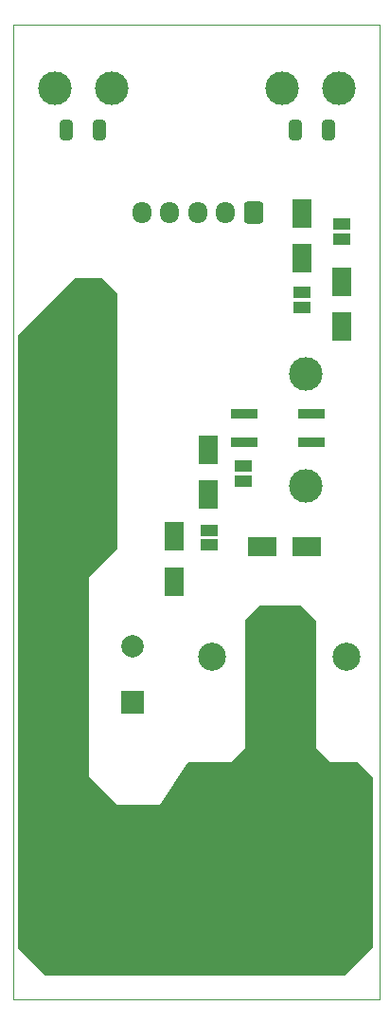
<source format=gbr>
%TF.GenerationSoftware,KiCad,Pcbnew,6.0.11+dfsg-1*%
%TF.CreationDate,2024-01-27T16:44:02+03:00*%
%TF.ProjectId,power,706f7765-722e-46b6-9963-61645f706362,rev?*%
%TF.SameCoordinates,Original*%
%TF.FileFunction,Soldermask,Bot*%
%TF.FilePolarity,Negative*%
%FSLAX46Y46*%
G04 Gerber Fmt 4.6, Leading zero omitted, Abs format (unit mm)*
G04 Created by KiCad (PCBNEW 6.0.11+dfsg-1) date 2024-01-27 16:44:02*
%MOMM*%
%LPD*%
G01*
G04 APERTURE LIST*
G04 Aperture macros list*
%AMRoundRect*
0 Rectangle with rounded corners*
0 $1 Rounding radius*
0 $2 $3 $4 $5 $6 $7 $8 $9 X,Y pos of 4 corners*
0 Add a 4 corners polygon primitive as box body*
4,1,4,$2,$3,$4,$5,$6,$7,$8,$9,$2,$3,0*
0 Add four circle primitives for the rounded corners*
1,1,$1+$1,$2,$3*
1,1,$1+$1,$4,$5*
1,1,$1+$1,$6,$7*
1,1,$1+$1,$8,$9*
0 Add four rect primitives between the rounded corners*
20,1,$1+$1,$2,$3,$4,$5,0*
20,1,$1+$1,$4,$5,$6,$7,0*
20,1,$1+$1,$6,$7,$8,$9,0*
20,1,$1+$1,$8,$9,$2,$3,0*%
G04 Aperture macros list end*
%TA.AperFunction,Profile*%
%ADD10C,0.100000*%
%TD*%
%ADD11C,3.000000*%
%ADD12RoundRect,0.250000X0.600000X0.725000X-0.600000X0.725000X-0.600000X-0.725000X0.600000X-0.725000X0*%
%ADD13O,1.700000X1.950000*%
%ADD14R,2.000000X2.000000*%
%ADD15C,2.000000*%
%ADD16C,2.500000*%
%ADD17R,1.500000X1.000000*%
%ADD18R,1.800000X2.500000*%
%ADD19R,2.500000X1.800000*%
%ADD20RoundRect,0.250000X0.325000X0.650000X-0.325000X0.650000X-0.325000X-0.650000X0.325000X-0.650000X0*%
%ADD21R,2.400000X0.900000*%
G04 APERTURE END LIST*
D10*
X234198000Y-111156000D02*
X266998000Y-111156000D01*
X266998000Y-111156000D02*
X266998000Y-24256000D01*
X266998000Y-24256000D02*
X234198000Y-24256000D01*
X234198000Y-24256000D02*
X234198000Y-111156000D01*
D11*
%TO.C,P3*%
X242978000Y-29906000D03*
X237898000Y-29906000D03*
%TD*%
%TO.C,P1*%
X237898000Y-105506000D03*
X242978000Y-105506000D03*
%TD*%
D12*
%TO.C,J1*%
X255672000Y-41028000D03*
D13*
X253172000Y-41028000D03*
X250672000Y-41028000D03*
X248172000Y-41028000D03*
X245672000Y-41028000D03*
%TD*%
D14*
%TO.C,C1*%
X244877000Y-84670677D03*
D15*
X244877000Y-79670677D03*
%TD*%
D11*
%TO.C,P4*%
X263298000Y-29906000D03*
X258218000Y-29906000D03*
%TD*%
%TO.C,P2*%
X253138000Y-105506000D03*
X258218000Y-105506000D03*
X263298000Y-105506000D03*
%TD*%
D16*
%TO.C,K1*%
X263958000Y-80598000D03*
X251958000Y-80598000D03*
X257958000Y-78598000D03*
X263958000Y-92798000D03*
X251958000Y-92798000D03*
%TD*%
D11*
%TO.C,TR1*%
X240344000Y-50386000D03*
X240344000Y-70386000D03*
X260344000Y-65386000D03*
X260344000Y-55386000D03*
%TD*%
D17*
%TO.C,JP4*%
X263546000Y-43329000D03*
X263546000Y-42029000D03*
%TD*%
D18*
%TO.C,D2*%
X251608000Y-66142000D03*
X251608000Y-62142000D03*
%TD*%
D19*
%TO.C,D1*%
X260472000Y-70800000D03*
X256472000Y-70800000D03*
%TD*%
D18*
%TO.C,D3*%
X248560000Y-73889000D03*
X248560000Y-69889000D03*
%TD*%
%TO.C,D5*%
X259990000Y-41060000D03*
X259990000Y-45060000D03*
%TD*%
D17*
%TO.C,JP1*%
X254783000Y-63619000D03*
X254783000Y-64919000D03*
%TD*%
D20*
%TO.C,C2*%
X241907000Y-33662000D03*
X238957000Y-33662000D03*
%TD*%
D18*
%TO.C,D4*%
X263546000Y-47156000D03*
X263546000Y-51156000D03*
%TD*%
D21*
%TO.C,BD1*%
X254831000Y-61455000D03*
X254831000Y-58955000D03*
X260831000Y-58955000D03*
X260831000Y-61455000D03*
%TD*%
D17*
%TO.C,JP2*%
X251735000Y-69334000D03*
X251735000Y-70634000D03*
%TD*%
D20*
%TO.C,C3*%
X262354000Y-33662000D03*
X259404000Y-33662000D03*
%TD*%
D17*
%TO.C,JP3*%
X259990000Y-49425000D03*
X259990000Y-48125000D03*
%TD*%
G36*
X242225931Y-46890002D02*
G01*
X242246905Y-46906905D01*
X243443095Y-48103095D01*
X243477121Y-48165407D01*
X243480000Y-48192190D01*
X243480000Y-70947810D01*
X243459998Y-71015931D01*
X243443095Y-71036905D01*
X240952812Y-73527188D01*
X240940000Y-73550650D01*
X240940000Y-91301885D01*
X240947530Y-91327530D01*
X243467188Y-93847188D01*
X243490650Y-93860000D01*
X247271885Y-93860000D01*
X247292305Y-93854004D01*
X247297219Y-93849172D01*
X249792595Y-90106108D01*
X249847024Y-90060523D01*
X249897433Y-90050000D01*
X253621885Y-90050000D01*
X253647530Y-90042470D01*
X254897188Y-88792812D01*
X254910000Y-88769350D01*
X254910000Y-77402190D01*
X254930002Y-77334069D01*
X254946905Y-77313095D01*
X256143095Y-76116905D01*
X256205407Y-76082879D01*
X256232190Y-76080000D01*
X259937810Y-76080000D01*
X260005931Y-76100002D01*
X260026905Y-76116905D01*
X261223095Y-77313095D01*
X261257121Y-77375407D01*
X261260000Y-77402190D01*
X261260000Y-88761885D01*
X261267530Y-88787530D01*
X262517188Y-90037188D01*
X262540650Y-90050000D01*
X265017810Y-90050000D01*
X265085931Y-90070002D01*
X265106905Y-90086905D01*
X266303095Y-91283095D01*
X266337121Y-91345407D01*
X266340000Y-91372190D01*
X266340000Y-106507810D01*
X266319998Y-106575931D01*
X266303095Y-106596905D01*
X263836905Y-109063095D01*
X263774593Y-109097121D01*
X263747810Y-109100000D01*
X237182190Y-109100000D01*
X237114069Y-109079998D01*
X237093095Y-109063095D01*
X234626905Y-106596905D01*
X234592879Y-106534593D01*
X234590000Y-106507810D01*
X234590000Y-52002190D01*
X234610002Y-51934069D01*
X234626905Y-51913095D01*
X239633095Y-46906905D01*
X239695407Y-46872879D01*
X239722190Y-46870000D01*
X242157810Y-46870000D01*
X242225931Y-46890002D01*
G37*
M02*

</source>
